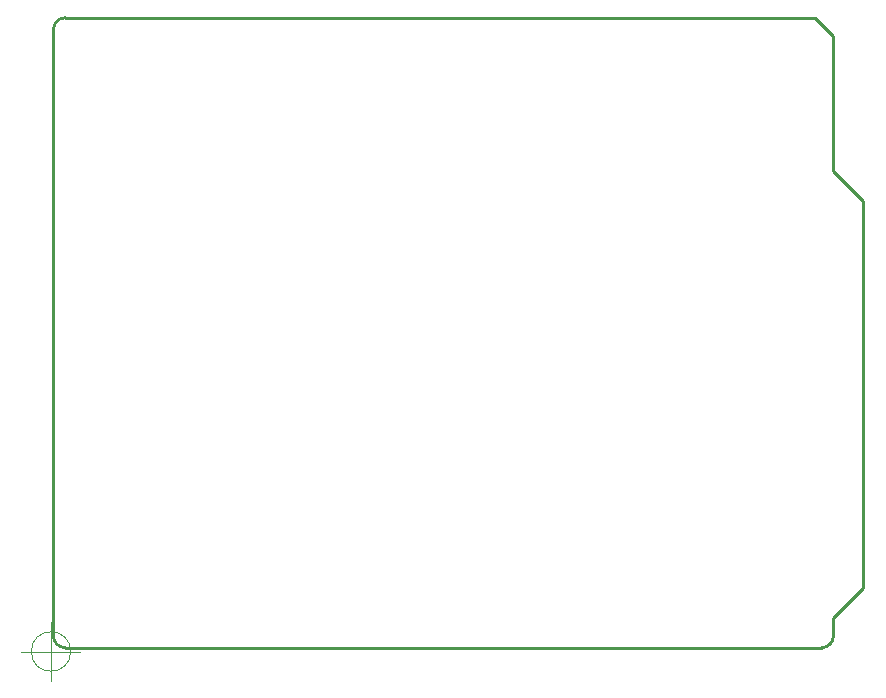
<source format=gbr>
%TF.GenerationSoftware,KiCad,Pcbnew,5.1.6-c6e7f7d~87~ubuntu20.04.1*%
%TF.CreationDate,2020-07-24T19:51:26+01:00*%
%TF.ProjectId,ETAG_GEN3,45544147-5f47-4454-9e33-2e6b69636164,rev?*%
%TF.SameCoordinates,Original*%
%TF.FileFunction,Profile,NP*%
%FSLAX46Y46*%
G04 Gerber Fmt 4.6, Leading zero omitted, Abs format (unit mm)*
G04 Created by KiCad (PCBNEW 5.1.6-c6e7f7d~87~ubuntu20.04.1) date 2020-07-24 19:51:26*
%MOMM*%
%LPD*%
G01*
G04 APERTURE LIST*
%TA.AperFunction,Profile*%
%ADD10C,0.050000*%
%TD*%
%TA.AperFunction,Profile*%
%ADD11C,0.254000*%
%TD*%
G04 APERTURE END LIST*
D10*
X115666666Y-132000000D02*
G75*
G03*
X115666666Y-132000000I-1666666J0D01*
G01*
X111500000Y-132000000D02*
X116500000Y-132000000D01*
X114000000Y-129500000D02*
X114000000Y-134500000D01*
D11*
X178727100Y-78333600D02*
X180251100Y-79857600D01*
X180251100Y-91287600D02*
X182791100Y-93827600D01*
X182791100Y-93827600D02*
X182791100Y-126593600D01*
X182791100Y-126593600D02*
X180251100Y-129133600D01*
X180251100Y-129133600D02*
X180251100Y-130673600D01*
X179251100Y-131673600D02*
G75*
G03*
X180251100Y-130673600I0J1000000D01*
G01*
X179251100Y-131673600D02*
X115211100Y-131673600D01*
X114211100Y-130673600D02*
G75*
G03*
X115211100Y-131673600I1000000J0D01*
G01*
X114211100Y-130673600D02*
X114211100Y-79333600D01*
X115211100Y-78333600D02*
G75*
G03*
X114211100Y-79333600I0J-1000000D01*
G01*
X115211100Y-78333600D02*
X178727100Y-78333600D01*
X180251100Y-79857600D02*
X180251100Y-91287600D01*
M02*

</source>
